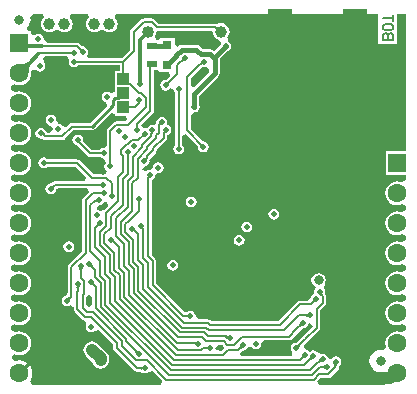
<source format=gbr>
%TF.GenerationSoftware,Altium Limited,Altium Designer,21.4.1 (30)*%
G04 Layer_Physical_Order=4*
G04 Layer_Color=16711680*
%FSLAX26Y26*%
%MOIN*%
%TF.SameCoordinates,A13BDBB0-CAD7-4838-8454-AA6E24CDD61A*%
%TF.FilePolarity,Positive*%
%TF.FileFunction,Copper,L4,Bot,Signal*%
%TF.Part,Single*%
G01*
G75*
%TA.AperFunction,Conductor*%
%ADD10C,0.009169*%
%ADD11C,0.011811*%
%ADD12C,0.039370*%
%ADD13C,0.007874*%
%TA.AperFunction,FiducialPad,Global*%
%ADD14C,0.031496*%
%TA.AperFunction,SMDPad,CuDef*%
%ADD19C,0.040000*%
%ADD27R,0.078740X0.185039*%
%ADD43R,0.034000X0.024000*%
%TA.AperFunction,Conductor*%
%ADD45C,0.019685*%
%ADD46C,0.015748*%
%TA.AperFunction,NonConductor*%
%ADD48C,0.007874*%
%TA.AperFunction,ComponentPad*%
%ADD50C,0.062992*%
%ADD51R,0.062992X0.062992*%
%TA.AperFunction,ViaPad*%
%ADD52C,0.019685*%
%ADD53C,0.039370*%
%ADD54C,0.031496*%
%ADD55C,0.023622*%
%TA.AperFunction,SMDPad,CuDef*%
%ADD57R,0.039370X0.039370*%
%ADD58R,0.031496X0.031496*%
G36*
X1326541Y789370D02*
X1259843D01*
Y710630D01*
X1326541D01*
Y692596D01*
X1314541Y686265D01*
X1309491Y688357D01*
X1299213Y689710D01*
X1288936Y688357D01*
X1279358Y684390D01*
X1271134Y678080D01*
X1264823Y669855D01*
X1260857Y660278D01*
X1259503Y650000D01*
X1260857Y639723D01*
X1264823Y630146D01*
X1271134Y621922D01*
X1279358Y615611D01*
X1288936Y611644D01*
X1299213Y610291D01*
X1309491Y611644D01*
X1314541Y613736D01*
X1326541Y607405D01*
Y592596D01*
X1314541Y586265D01*
X1309491Y588357D01*
X1299213Y589710D01*
X1288936Y588357D01*
X1279358Y584390D01*
X1271134Y578080D01*
X1264823Y569855D01*
X1260857Y560278D01*
X1259503Y550000D01*
X1260857Y539723D01*
X1264823Y530146D01*
X1271134Y521922D01*
X1279358Y515611D01*
X1288936Y511644D01*
X1299213Y510291D01*
X1309491Y511644D01*
X1314541Y513736D01*
X1326541Y507405D01*
Y492596D01*
X1314541Y486265D01*
X1309491Y488357D01*
X1299213Y489710D01*
X1288936Y488357D01*
X1279358Y484390D01*
X1271134Y478079D01*
X1264823Y469855D01*
X1260857Y460278D01*
X1259503Y450000D01*
X1260857Y439723D01*
X1264823Y430146D01*
X1271134Y421921D01*
X1279358Y415611D01*
X1288936Y411644D01*
X1299213Y410291D01*
X1309491Y411644D01*
X1314541Y413736D01*
X1326541Y407405D01*
Y392596D01*
X1314541Y386265D01*
X1309491Y388357D01*
X1299213Y389710D01*
X1288936Y388357D01*
X1279358Y384390D01*
X1271134Y378079D01*
X1264823Y369855D01*
X1260857Y360278D01*
X1259503Y350000D01*
X1260857Y339723D01*
X1264823Y330146D01*
X1271134Y321921D01*
X1279358Y315611D01*
X1288936Y311644D01*
X1299213Y310291D01*
X1309491Y311644D01*
X1314541Y313736D01*
X1326541Y307405D01*
Y292596D01*
X1314541Y286265D01*
X1309491Y288357D01*
X1299213Y289710D01*
X1288936Y288357D01*
X1279358Y284390D01*
X1271134Y278079D01*
X1264823Y269855D01*
X1260857Y260278D01*
X1259503Y250000D01*
X1260857Y239723D01*
X1264823Y230146D01*
X1271134Y221922D01*
X1279358Y215611D01*
X1288936Y211644D01*
X1299213Y210291D01*
X1309491Y211644D01*
X1314541Y213736D01*
X1326541Y207405D01*
Y192596D01*
X1314541Y186265D01*
X1309491Y188357D01*
X1299213Y189710D01*
X1288936Y188357D01*
X1279358Y184390D01*
X1271134Y178079D01*
X1264823Y169855D01*
X1260857Y160278D01*
X1259503Y150000D01*
X1260857Y139723D01*
X1262114Y136686D01*
X1252930Y127501D01*
X1252867Y127528D01*
X1243154Y128806D01*
X1233442Y127528D01*
X1224392Y123779D01*
X1216620Y117815D01*
X1210656Y110043D01*
X1206907Y100993D01*
X1205629Y91281D01*
X1206907Y81568D01*
X1210656Y72518D01*
X1216620Y64746D01*
X1224392Y58782D01*
X1233442Y55033D01*
X1243154Y53755D01*
X1243937Y53858D01*
X1246146Y53123D01*
X1256229Y44269D01*
X1256329Y43947D01*
X1257021Y38695D01*
X1261384Y28160D01*
X1264544Y24042D01*
X1258626Y12042D01*
X1037047D01*
X1032077Y24042D01*
X1042547Y34513D01*
X1069470D01*
X1069471Y34513D01*
X1074079Y35429D01*
X1077986Y38040D01*
X1100739Y60792D01*
X1100739Y60793D01*
X1103350Y64700D01*
X1104266Y69308D01*
X1104266Y69308D01*
Y73397D01*
X1104595Y73733D01*
X1107257Y75511D01*
X1111172Y81371D01*
X1112547Y88284D01*
X1111172Y95197D01*
X1107257Y101057D01*
X1101396Y104973D01*
X1094484Y106348D01*
X1087571Y104973D01*
X1081711Y101057D01*
X1079725Y98084D01*
X1067513Y100333D01*
X1066816Y103840D01*
X1062900Y109700D01*
X1057040Y113616D01*
X1050127Y114991D01*
X1043215Y113616D01*
X1032454Y120742D01*
X1026593Y124658D01*
X1019681Y126033D01*
X1012768Y124658D01*
X1007335Y121027D01*
X1004895Y124679D01*
X999034Y128595D01*
X992617Y129871D01*
X991188Y131994D01*
X986952Y141176D01*
X999672Y153897D01*
X999672Y153897D01*
X1039111Y193335D01*
X1039111Y193336D01*
X1041721Y197242D01*
X1042638Y201851D01*
Y259984D01*
X1058609Y275955D01*
X1058609Y275955D01*
X1061219Y279862D01*
X1062136Y284470D01*
Y306720D01*
X1062136Y306720D01*
X1061219Y311329D01*
X1058609Y315236D01*
X1058609Y315236D01*
X1057934Y315910D01*
X1059211Y322327D01*
X1057836Y329240D01*
X1053920Y335100D01*
X1056962Y347499D01*
X1059185Y350827D01*
X1061019Y360043D01*
X1059185Y369260D01*
X1053964Y377074D01*
X1046151Y382295D01*
X1036934Y384128D01*
X1027717Y382295D01*
X1019903Y377074D01*
X1014682Y369260D01*
X1012849Y360043D01*
X1014682Y350827D01*
X1019903Y343013D01*
X1020197Y342817D01*
X1027136Y336268D01*
X1024458Y329240D01*
X1023083Y322327D01*
X1020642Y313634D01*
X1014782Y309718D01*
X1010866Y303858D01*
X1009491Y296945D01*
X999629Y291332D01*
X974681D01*
X974680Y291332D01*
X970072Y290415D01*
X966165Y287805D01*
X966165Y287805D01*
X902787Y224427D01*
X678528D01*
X676652Y226303D01*
X672745Y228913D01*
X668137Y229830D01*
X668136Y229830D01*
X637922D01*
X627767Y239441D01*
X626392Y246353D01*
X622476Y252214D01*
X616616Y256129D01*
X609703Y257504D01*
X602790Y256129D01*
X598952Y253564D01*
X590747D01*
X495572Y348739D01*
Y423461D01*
X495572Y423462D01*
X494656Y428070D01*
X492045Y431977D01*
X492045Y431977D01*
X479828Y444194D01*
Y693767D01*
X481561Y694111D01*
X487421Y698027D01*
X491337Y703887D01*
X491916Y706796D01*
X493163Y711003D01*
X494754Y711987D01*
X502843Y716692D01*
X509041Y717925D01*
X514901Y721840D01*
X518817Y727701D01*
X520192Y734613D01*
X518817Y741526D01*
X514901Y747386D01*
X509041Y751302D01*
X502128Y752677D01*
X495216Y751302D01*
X489356Y747386D01*
X485440Y741526D01*
X484861Y738617D01*
X483614Y734410D01*
X482022Y733426D01*
X473933Y728721D01*
X467736Y727488D01*
X461875Y723573D01*
X449186Y726181D01*
X448664Y728571D01*
X456359Y738195D01*
X462572Y739431D01*
X468432Y743347D01*
X472348Y749207D01*
X473723Y756120D01*
X473021Y759647D01*
X473669Y760294D01*
X473669Y760295D01*
X476279Y764202D01*
X477196Y768810D01*
X477196Y768810D01*
Y768977D01*
X493318Y785099D01*
X495928Y789006D01*
X496845Y793614D01*
X496845Y793615D01*
Y794955D01*
X528649Y826759D01*
X531259Y830665D01*
X532176Y835274D01*
Y842791D01*
X534468Y843247D01*
X540329Y847163D01*
X544244Y853024D01*
X545619Y859936D01*
X544244Y866849D01*
X540329Y872709D01*
X534468Y876625D01*
X534270Y876664D01*
X530392Y879196D01*
X531767Y886109D01*
X530392Y893021D01*
X526476Y898881D01*
X520616Y902797D01*
X513704Y904172D01*
X506791Y902797D01*
X500931Y898881D01*
X497015Y893021D01*
X495640Y886109D01*
X495013Y885113D01*
X488241Y877224D01*
X484235Y877766D01*
X482732Y877970D01*
X481238Y877673D01*
X475819Y876595D01*
X469959Y872679D01*
X466043Y866819D01*
X454490Y867085D01*
X452109Y867590D01*
X446117Y877973D01*
X484398Y916253D01*
X487008Y920160D01*
X487925Y924769D01*
Y1060211D01*
X499733D01*
X509214Y1054131D01*
X509215Y1054131D01*
X509215Y1054131D01*
X536464D01*
X541435Y1042131D01*
X527529Y1028225D01*
X526667Y1028396D01*
X519754Y1027021D01*
X513894Y1023106D01*
X509978Y1017245D01*
X508603Y1010333D01*
X509978Y1003420D01*
X513894Y997560D01*
X519754Y993644D01*
X526667Y992269D01*
X533580Y993644D01*
X539440Y997560D01*
X541335Y1000396D01*
X551423Y996985D01*
X552886Y996084D01*
X554174Y989607D01*
X558090Y983747D01*
X558820Y983259D01*
Y811749D01*
X557201Y810667D01*
X553285Y804807D01*
X551910Y797894D01*
X553285Y790982D01*
X557201Y785121D01*
X563061Y781206D01*
X569974Y779831D01*
X576887Y781206D01*
X582747Y785121D01*
X586663Y790982D01*
X588038Y797894D01*
X586663Y804807D01*
X582905Y810430D01*
Y841274D01*
X594905Y846245D01*
X635114Y806036D01*
X634943Y805174D01*
X636318Y798262D01*
X640233Y792402D01*
X646094Y788486D01*
X653006Y787111D01*
X659919Y788486D01*
X665779Y792402D01*
X669695Y798262D01*
X671070Y805174D01*
X669695Y812087D01*
X665779Y817947D01*
X659919Y821863D01*
X653006Y823238D01*
X652144Y823067D01*
X609899Y865313D01*
Y910670D01*
X610846Y912199D01*
X621899Y919587D01*
X623047Y919358D01*
X629959Y920733D01*
X635819Y924649D01*
X639735Y930509D01*
X641110Y937422D01*
X639735Y944334D01*
X639103Y945280D01*
Y975258D01*
X702299Y1038454D01*
X705779Y1043663D01*
X707001Y1049807D01*
X707001Y1049808D01*
Y1098690D01*
X706944Y1098980D01*
X732773Y1124809D01*
X733888Y1125030D01*
X739749Y1128946D01*
X743664Y1134806D01*
X745039Y1141719D01*
X743664Y1148632D01*
X739749Y1154492D01*
X735622Y1157249D01*
X733412Y1163953D01*
X732820Y1170855D01*
X736060Y1175078D01*
X738837Y1181782D01*
X739784Y1188976D01*
X738837Y1196171D01*
X736060Y1202875D01*
X731643Y1208632D01*
X725886Y1213049D01*
X719182Y1215826D01*
X711987Y1216773D01*
X704793Y1215826D01*
X698455Y1213201D01*
X696235Y1214684D01*
X691627Y1215600D01*
X691626Y1215600D01*
X503180D01*
X489478Y1229303D01*
X485571Y1231913D01*
X480962Y1232830D01*
X480962Y1232830D01*
X454610D01*
X450001Y1231913D01*
X446094Y1229303D01*
X446094Y1229302D01*
X434738Y1217946D01*
X433327Y1217003D01*
X433326Y1217003D01*
X412249Y1195926D01*
X409639Y1192019D01*
X408722Y1187411D01*
X408722Y1187410D01*
Y1128553D01*
X380302Y1100133D01*
X270162D01*
X268772Y1101809D01*
X264847Y1112133D01*
X266692Y1114895D01*
X268067Y1121808D01*
X266692Y1128721D01*
X262777Y1134581D01*
X256916Y1138497D01*
X250004Y1139872D01*
X249142Y1139700D01*
X240242Y1148601D01*
X236335Y1151211D01*
X231726Y1152128D01*
X231726Y1152128D01*
X130049D01*
X129804Y1152237D01*
X121043Y1163683D01*
X121048Y1163707D01*
X119673Y1170620D01*
X115757Y1176480D01*
X109897Y1180396D01*
X102984Y1181771D01*
X96072Y1180396D01*
X90742Y1176835D01*
X87695Y1177453D01*
X78742Y1180914D01*
Y1189372D01*
X68575D01*
X64502Y1201372D01*
X65907Y1202450D01*
X71870Y1210222D01*
X75619Y1219273D01*
X76898Y1228985D01*
X76001Y1235801D01*
X80762Y1243777D01*
X84837Y1247801D01*
X117340D01*
X121413Y1235801D01*
X119715Y1234498D01*
X115298Y1228741D01*
X112521Y1222037D01*
X111574Y1214843D01*
X112521Y1207649D01*
X115298Y1200945D01*
X119715Y1195188D01*
X125472Y1190770D01*
X132176Y1187993D01*
X139371Y1187046D01*
X146565Y1187993D01*
X153269Y1190770D01*
X159026Y1195188D01*
X169715D01*
X175472Y1190770D01*
X182176Y1187993D01*
X189371Y1187046D01*
X196565Y1187993D01*
X203269Y1190770D01*
X209026Y1195188D01*
X213443Y1200945D01*
X216220Y1207649D01*
X217167Y1214843D01*
X216220Y1222037D01*
X213443Y1228741D01*
X209026Y1234498D01*
X207328Y1235801D01*
X211401Y1247801D01*
X267340D01*
X271413Y1235801D01*
X269715Y1234498D01*
X265298Y1228741D01*
X262521Y1222037D01*
X261574Y1214843D01*
X262521Y1207649D01*
X265298Y1200945D01*
X269715Y1195188D01*
X275472Y1190770D01*
X282176Y1187993D01*
X289371Y1187046D01*
X296565Y1187993D01*
X303269Y1190770D01*
X309026Y1195188D01*
X319715D01*
X325472Y1190770D01*
X332176Y1187993D01*
X339371Y1187046D01*
X346565Y1187993D01*
X353269Y1190770D01*
X359026Y1195188D01*
X363443Y1200945D01*
X366220Y1207649D01*
X367167Y1214843D01*
X366220Y1222037D01*
X363443Y1228741D01*
X359026Y1234498D01*
X357328Y1235801D01*
X361401Y1247801D01*
X1236395D01*
Y1145828D01*
X1299377D01*
Y1247801D01*
X1326541D01*
Y789370D01*
D02*
G37*
G36*
X684191Y1188976D02*
X685138Y1181782D01*
X687915Y1175078D01*
X692332Y1169321D01*
X698089Y1164904D01*
X704793Y1162127D01*
X705529Y1162030D01*
X710787Y1149380D01*
X710287Y1148632D01*
X710065Y1147516D01*
X687446Y1124897D01*
X687308Y1125035D01*
X682099Y1128515D01*
X675954Y1129738D01*
X675954Y1129738D01*
X650649D01*
X641080Y1139307D01*
X635871Y1142788D01*
X629726Y1144010D01*
X629726Y1144010D01*
X579952D01*
X579952Y1144010D01*
X573807Y1142788D01*
X568598Y1139307D01*
X568598Y1139307D01*
X567545Y1138254D01*
X556458Y1142846D01*
Y1166336D01*
X509214D01*
X506303Y1161534D01*
X494299Y1161044D01*
X493159Y1162427D01*
X489863Y1171959D01*
X492134Y1174919D01*
X494942Y1181700D01*
X497463Y1189313D01*
X507670Y1191515D01*
X681964D01*
X684191Y1188976D01*
D02*
G37*
G36*
X78347Y1080625D02*
X76666Y1078736D01*
X75192Y1076635D01*
X73923Y1074322D01*
X72859Y1071797D01*
X72001Y1069059D01*
X71348Y1066110D01*
X70901Y1062948D01*
X70659Y1059575D01*
X70623Y1055989D01*
X70792Y1052191D01*
X41561Y1081422D01*
X45359Y1081253D01*
X48945Y1081289D01*
X52318Y1081531D01*
X55480Y1081978D01*
X58429Y1082631D01*
X61167Y1083489D01*
X63692Y1084553D01*
X66005Y1085822D01*
X68106Y1087296D01*
X69995Y1088976D01*
X78347Y1080625D01*
D02*
G37*
G36*
X671576Y1063914D02*
X672549Y1054119D01*
X621899Y1003468D01*
X609899Y1008439D01*
Y1032691D01*
X646796Y1069589D01*
X650735Y1070372D01*
X651525Y1070900D01*
X655915Y1070027D01*
X660919Y1071022D01*
X671576Y1063914D01*
D02*
G37*
G36*
X205151Y1095150D02*
X205117Y1094389D01*
X203864Y1088091D01*
X205239Y1081178D01*
X209155Y1075318D01*
X215015Y1071402D01*
X221928Y1070027D01*
X228840Y1071402D01*
X234701Y1075318D01*
X235189Y1076048D01*
X373248D01*
Y1058078D01*
X356609D01*
Y1002960D01*
Y986116D01*
X345261Y982673D01*
X344279Y982968D01*
X338419Y986884D01*
X331507Y988259D01*
X324594Y986884D01*
X318734Y982968D01*
X314818Y977108D01*
X313443Y970195D01*
X314818Y963283D01*
X318734Y957422D01*
X324594Y953507D01*
X327236Y952981D01*
X331929Y941597D01*
X331963Y940737D01*
X275542Y884316D01*
X214703D01*
X214702Y884316D01*
X210094Y883399D01*
X206187Y880788D01*
X197663Y872264D01*
X194719Y872016D01*
X183246Y874818D01*
X181713Y877112D01*
X175853Y881028D01*
X171975Y881799D01*
X168452Y883265D01*
X162910Y893056D01*
X162837Y893424D01*
X161535Y899968D01*
X157619Y905829D01*
X151759Y909745D01*
X144847Y911120D01*
X137934Y909745D01*
X132074Y905829D01*
X128158Y899968D01*
X126783Y893056D01*
X128158Y886143D01*
X132074Y880283D01*
X137934Y876367D01*
X141812Y875596D01*
X145335Y874130D01*
X150877Y864339D01*
X150990Y863770D01*
X142697Y851770D01*
X131056D01*
X126957Y855870D01*
X126925Y856028D01*
X123010Y861889D01*
X117149Y865804D01*
X110237Y867179D01*
X103324Y865804D01*
X97464Y861889D01*
X93548Y856028D01*
X92173Y849116D01*
X93548Y842203D01*
X97464Y836343D01*
X103324Y832427D01*
X110237Y831052D01*
X116473Y832293D01*
X117553Y831213D01*
X117553Y831212D01*
X121460Y828602D01*
X126068Y827685D01*
X182156D01*
X182157Y827685D01*
X186765Y828602D01*
X190672Y831212D01*
X219691Y860231D01*
X278145D01*
X281463Y859571D01*
X286325Y860538D01*
X290445Y863291D01*
X345522Y918368D01*
X356609Y913775D01*
Y908472D01*
X393658D01*
X398693Y897097D01*
X393034Y889913D01*
X362019D01*
X357411Y888996D01*
X353504Y886386D01*
X333983Y866865D01*
X331372Y862958D01*
X330455Y858350D01*
X330456Y858349D01*
Y811430D01*
X320844Y801274D01*
X313932Y799899D01*
X308072Y795984D01*
X307584Y795253D01*
X280659D01*
X251598Y824314D01*
X252021Y826443D01*
X250646Y833356D01*
X246730Y839216D01*
X240870Y843132D01*
X233958Y844507D01*
X227045Y843132D01*
X221185Y839216D01*
X217269Y833356D01*
X215894Y826443D01*
X217269Y819531D01*
X221185Y813670D01*
X227045Y809755D01*
X233351Y808500D01*
X267155Y774696D01*
X267156Y774695D01*
X271062Y772085D01*
X275671Y771168D01*
X275671Y771168D01*
X307584D01*
X308072Y770438D01*
X313932Y766522D01*
X320844Y765147D01*
X322940Y762932D01*
X328104Y751950D01*
X324188Y746090D01*
X322813Y739177D01*
X324188Y732264D01*
X328104Y726404D01*
X331536Y724111D01*
X328461Y712490D01*
X328460Y712487D01*
X286497D01*
X239395Y759589D01*
X235488Y762199D01*
X230880Y763116D01*
X230880Y763116D01*
X133340D01*
X132852Y763846D01*
X126992Y767762D01*
X120079Y769137D01*
X113167Y767762D01*
X107306Y763846D01*
X103391Y757986D01*
X102016Y751073D01*
X103391Y744161D01*
X107306Y738301D01*
X113167Y734385D01*
X120079Y733010D01*
X126992Y734385D01*
X132852Y738301D01*
X133340Y739031D01*
X225892D01*
X262089Y702834D01*
X257118Y690834D01*
X158553D01*
X153945Y689917D01*
X150038Y687307D01*
X150038Y687307D01*
X145326Y682595D01*
X144464Y682766D01*
X137551Y681391D01*
X131691Y677475D01*
X127775Y671615D01*
X126400Y664702D01*
X127775Y657790D01*
X131691Y651929D01*
X137551Y648014D01*
X144464Y646639D01*
X151376Y648014D01*
X157237Y651929D01*
X161153Y657790D01*
X162528Y664702D01*
X174238Y666749D01*
X265938D01*
X270909Y654749D01*
X251583Y635423D01*
X248972Y631516D01*
X248056Y626908D01*
X248056Y626907D01*
Y457131D01*
X203789Y412864D01*
X201178Y408957D01*
X200262Y404348D01*
X200262Y404348D01*
Y321717D01*
X198819Y310126D01*
X191907Y308751D01*
X186047Y304836D01*
X182131Y298975D01*
X180756Y292063D01*
X182131Y285150D01*
X186047Y279290D01*
X191907Y275374D01*
X198820Y273999D01*
X205732Y275374D01*
X208081Y276943D01*
X219250Y272378D01*
X220081Y271628D01*
Y263768D01*
X220081Y263767D01*
X220998Y259159D01*
X223608Y255252D01*
X250131Y228729D01*
X250131Y228728D01*
X254038Y226118D01*
X257248Y225480D01*
X260038Y220740D01*
X262388Y213201D01*
X261343Y211638D01*
X259968Y204726D01*
X261343Y197813D01*
X265259Y191953D01*
X271119Y188037D01*
X278032Y186662D01*
X284945Y188037D01*
X290805Y191953D01*
X305132Y193325D01*
X351998Y146458D01*
Y134743D01*
X351998Y134743D01*
X352915Y130134D01*
X355526Y126228D01*
X423044Y58709D01*
X423044Y58709D01*
X426951Y56099D01*
X431559Y55182D01*
X442711D01*
X442912Y55149D01*
X443166Y55087D01*
X443358Y55024D01*
X443501Y54964D01*
X443517Y54956D01*
X443853Y54452D01*
X449714Y50536D01*
X456626Y49161D01*
X463539Y50536D01*
X469399Y54451D01*
X483742Y55906D01*
X515606Y24042D01*
X510635Y12042D01*
X79957D01*
X74039Y24042D01*
X77198Y28159D01*
X81561Y38694D01*
X83050Y49999D01*
X81561Y61304D01*
X77198Y71839D01*
X73882Y76160D01*
X43545Y45823D01*
X35193Y54175D01*
X65530Y84512D01*
X61209Y87828D01*
X50674Y92191D01*
X39369Y93680D01*
X28064Y92191D01*
X24042Y90526D01*
X14484Y96495D01*
X14691Y107407D01*
X24823Y113410D01*
X29091Y111642D01*
X39369Y110289D01*
X49647Y111642D01*
X59224Y115609D01*
X67448Y121920D01*
X73759Y130144D01*
X77726Y139721D01*
X79079Y149999D01*
X77726Y160276D01*
X73759Y169854D01*
X67448Y178078D01*
X59224Y184388D01*
X49647Y188356D01*
X39369Y189709D01*
X29091Y188356D01*
X24042Y186264D01*
X12042Y192596D01*
Y207409D01*
X24042Y213738D01*
X29095Y211645D01*
X39372Y210292D01*
X49650Y211645D01*
X59227Y215613D01*
X67451Y221923D01*
X73762Y230147D01*
X77729Y239725D01*
X79082Y250002D01*
X77729Y260280D01*
X73762Y269857D01*
X67451Y278081D01*
X59227Y284392D01*
X49650Y288359D01*
X39372Y289712D01*
X29095Y288359D01*
X24042Y286266D01*
X12042Y292596D01*
Y307409D01*
X24042Y313738D01*
X29095Y311646D01*
X39372Y310292D01*
X49650Y311646D01*
X59227Y315613D01*
X67451Y321923D01*
X73762Y330147D01*
X77729Y339724D01*
X79082Y350002D01*
X77729Y360280D01*
X73762Y369857D01*
X67451Y378081D01*
X59227Y384392D01*
X49650Y388359D01*
X39372Y389712D01*
X29095Y388359D01*
X24042Y386266D01*
X12042Y392596D01*
Y407409D01*
X24042Y413738D01*
X29095Y411646D01*
X39372Y410292D01*
X49650Y411646D01*
X59227Y415613D01*
X67451Y421923D01*
X73762Y430147D01*
X77729Y439724D01*
X79082Y450002D01*
X77729Y460280D01*
X73762Y469857D01*
X67451Y478081D01*
X59227Y484392D01*
X49650Y488359D01*
X39372Y489712D01*
X29095Y488359D01*
X24042Y486266D01*
X12042Y492596D01*
Y507409D01*
X24042Y513738D01*
X29095Y511646D01*
X39372Y510292D01*
X49650Y511646D01*
X59227Y515612D01*
X67451Y521923D01*
X73762Y530147D01*
X77729Y539725D01*
X79082Y550002D01*
X77729Y560280D01*
X73762Y569857D01*
X67451Y578081D01*
X59227Y584392D01*
X49650Y588359D01*
X39372Y589712D01*
X29095Y588359D01*
X24042Y586266D01*
X12042Y592596D01*
Y607409D01*
X24042Y613738D01*
X29095Y611645D01*
X39372Y610292D01*
X49650Y611645D01*
X59227Y615612D01*
X67451Y621923D01*
X73762Y630147D01*
X77729Y639725D01*
X79082Y650002D01*
X77729Y660280D01*
X73762Y669857D01*
X67451Y678081D01*
X59227Y684392D01*
X49650Y688359D01*
X39372Y689712D01*
X29095Y688359D01*
X24042Y686266D01*
X12042Y692596D01*
Y707409D01*
X24042Y713738D01*
X29095Y711645D01*
X39372Y710292D01*
X49650Y711645D01*
X59227Y715612D01*
X67451Y721923D01*
X73762Y730147D01*
X77729Y739725D01*
X79082Y750002D01*
X77729Y760280D01*
X73762Y769857D01*
X67451Y778081D01*
X59227Y784392D01*
X49650Y788359D01*
X39372Y789712D01*
X29095Y788359D01*
X24042Y786266D01*
X12042Y792596D01*
Y807409D01*
X24042Y813738D01*
X29095Y811645D01*
X39372Y810292D01*
X49650Y811645D01*
X59227Y815612D01*
X67451Y821923D01*
X73762Y830147D01*
X77729Y839725D01*
X79082Y850002D01*
X77729Y860280D01*
X73762Y869857D01*
X67451Y878081D01*
X59227Y884392D01*
X49650Y888359D01*
X39372Y889712D01*
X29095Y888359D01*
X24042Y886266D01*
X12042Y892596D01*
Y907409D01*
X24042Y913738D01*
X29095Y911645D01*
X39372Y910292D01*
X49650Y911645D01*
X59227Y915612D01*
X67451Y921923D01*
X73762Y930147D01*
X77729Y939725D01*
X79082Y950002D01*
X77729Y960280D01*
X73762Y969857D01*
X67451Y978081D01*
X59227Y984392D01*
X49650Y988359D01*
X39372Y989712D01*
X29095Y988359D01*
X24042Y986266D01*
X12042Y992596D01*
Y1007409D01*
X24042Y1013738D01*
X29095Y1011645D01*
X39372Y1010292D01*
X49650Y1011645D01*
X59227Y1015612D01*
X67451Y1021923D01*
X73762Y1030147D01*
X77729Y1039725D01*
X79082Y1050002D01*
X78804Y1052110D01*
X78820Y1052191D01*
X78785Y1052369D01*
X78812Y1052548D01*
X78688Y1055347D01*
X78943Y1056472D01*
X82015Y1060147D01*
X95559Y1060862D01*
X101419Y1056946D01*
X108332Y1055571D01*
X115244Y1056946D01*
X121105Y1060862D01*
X125020Y1066722D01*
X126395Y1073635D01*
X125020Y1080547D01*
X121105Y1086407D01*
X119006Y1100599D01*
X123508Y1106389D01*
X198415D01*
X205151Y1095150D01*
D02*
G37*
G36*
X332111Y619664D02*
X334113Y606507D01*
X321992Y594385D01*
X319715Y593365D01*
X308571Y591876D01*
X306949Y592238D01*
X304784Y593684D01*
X297872Y595059D01*
X296571Y596349D01*
X296790Y601411D01*
X304620Y609620D01*
X311533Y610995D01*
X317393Y614911D01*
X321308Y620771D01*
X332111Y619664D01*
D02*
G37*
G36*
X282392Y412259D02*
X282491Y411450D01*
X282662Y410653D01*
X282904Y409868D01*
X283218Y409095D01*
X283603Y408334D01*
X284061Y407584D01*
X284589Y406847D01*
X285189Y406122D01*
X285861Y405408D01*
X280293Y399840D01*
X279580Y400512D01*
X278854Y401112D01*
X278117Y401641D01*
X277368Y402098D01*
X276606Y402483D01*
X275833Y402797D01*
X275048Y403039D01*
X274251Y403210D01*
X273442Y403309D01*
X272621Y403337D01*
X282365Y413080D01*
X282392Y412259D01*
D02*
G37*
G36*
X251090Y398554D02*
X250588Y397912D01*
X250145Y397228D01*
X249762Y396501D01*
X249437Y395733D01*
X249171Y394922D01*
X248964Y394069D01*
X248817Y393174D01*
X248728Y392236D01*
X248698Y391257D01*
X240825D01*
X240795Y392236D01*
X240706Y393174D01*
X240559Y394069D01*
X240352Y394922D01*
X240086Y395733D01*
X239762Y396501D01*
X239378Y397228D01*
X238935Y397912D01*
X238433Y398554D01*
X237872Y399154D01*
X251651D01*
X251090Y398554D01*
D02*
G37*
G36*
X241176Y339151D02*
X240742Y338456D01*
X240359Y337727D01*
X240027Y336962D01*
X239746Y336163D01*
X239517Y335329D01*
X239338Y334460D01*
X239210Y333556D01*
X239134Y332617D01*
X239108Y331644D01*
X231234Y330572D01*
X231202Y331559D01*
X231104Y332494D01*
X230942Y333377D01*
X230715Y334208D01*
X230422Y334988D01*
X230065Y335716D01*
X229643Y336392D01*
X229156Y337017D01*
X228604Y337590D01*
X227987Y338111D01*
X241661Y339810D01*
X241176Y339151D01*
D02*
G37*
G36*
X1049447Y316897D02*
X1049260Y316252D01*
X1049184Y315595D01*
X1049217Y314926D01*
X1049359Y314245D01*
X1049611Y313553D01*
X1049973Y312849D01*
X1050444Y312133D01*
X1051025Y311406D01*
X1051715Y310667D01*
X1042534Y308712D01*
X1041778Y309459D01*
X1038112Y312678D01*
X1037646Y313005D01*
X1036838Y313478D01*
X1049742Y317531D01*
X1049447Y316897D01*
D02*
G37*
G36*
X212158Y299833D02*
X211486Y299120D01*
X210886Y298394D01*
X210357Y297657D01*
X209900Y296908D01*
X209515Y296146D01*
X209201Y295373D01*
X208959Y294588D01*
X208788Y293791D01*
X208689Y292982D01*
X208661Y292161D01*
X198918Y301905D01*
X199739Y301932D01*
X200548Y302031D01*
X201345Y302202D01*
X202130Y302444D01*
X202903Y302758D01*
X203665Y303143D01*
X204414Y303601D01*
X205151Y304129D01*
X205877Y304729D01*
X206590Y305401D01*
X212158Y299833D01*
D02*
G37*
G36*
X1027456Y287103D02*
X1026635Y287076D01*
X1025826Y286976D01*
X1025029Y286806D01*
X1024244Y286563D01*
X1023471Y286250D01*
X1022710Y285864D01*
X1021961Y285407D01*
X1021223Y284879D01*
X1020498Y284279D01*
X1019784Y283607D01*
X1014216Y289175D01*
X1014888Y289888D01*
X1015488Y290613D01*
X1016017Y291351D01*
X1016474Y292100D01*
X1016859Y292861D01*
X1017173Y293635D01*
X1017415Y294420D01*
X1017586Y295217D01*
X1017685Y296026D01*
X1017713Y296847D01*
X1027456Y287103D01*
D02*
G37*
G36*
X1001195Y236180D02*
X1000643Y236779D01*
X1000043Y237315D01*
X999396Y237788D01*
X998700Y238197D01*
X997956Y238544D01*
X997165Y238828D01*
X996325Y239048D01*
X995437Y239206D01*
X994501Y239301D01*
X993517Y239332D01*
X994194Y247206D01*
X995170Y247233D01*
X996108Y247315D01*
X997009Y247450D01*
X997873Y247640D01*
X998700Y247884D01*
X999490Y248182D01*
X1000242Y248535D01*
X1000957Y248941D01*
X1001635Y249402D01*
X1002276Y249917D01*
X1001195Y236180D01*
D02*
G37*
G36*
X984475Y208285D02*
X983654Y208258D01*
X982845Y208159D01*
X982048Y207988D01*
X981262Y207745D01*
X980489Y207432D01*
X979728Y207046D01*
X978979Y206589D01*
X978241Y206061D01*
X977516Y205460D01*
X976802Y204789D01*
X971235Y210357D01*
X971906Y211070D01*
X972506Y211795D01*
X973035Y212533D01*
X973492Y213282D01*
X973878Y214043D01*
X974191Y214817D01*
X974434Y215602D01*
X974604Y216399D01*
X974703Y217208D01*
X974731Y218029D01*
X984475Y208285D01*
D02*
G37*
G36*
X1015853Y211648D02*
X1018553Y207857D01*
Y206839D01*
X982642Y170928D01*
X982641Y170928D01*
X982641Y170927D01*
X963629Y151914D01*
X963464Y151797D01*
X963240Y151660D01*
X963059Y151568D01*
X962917Y151511D01*
X962899Y151505D01*
X962304Y151623D01*
X955392Y150248D01*
X949531Y146333D01*
X945616Y140472D01*
X944241Y133560D01*
X945616Y126647D01*
X949531Y120787D01*
X946963Y108070D01*
X945133Y105779D01*
X779426D01*
X775681Y116438D01*
X775643Y117469D01*
X784339Y125320D01*
X791251Y126695D01*
X797111Y130611D01*
X801015Y136453D01*
X801140Y136504D01*
X813509Y137710D01*
X815409Y134866D01*
X821269Y130951D01*
X828182Y129576D01*
X835095Y130951D01*
X840955Y134866D01*
X844870Y140727D01*
X846245Y147639D01*
X846129Y148227D01*
X854412Y160228D01*
X938715D01*
X938716Y160227D01*
X943324Y161144D01*
X947231Y163755D01*
X971288Y187811D01*
X971288Y187811D01*
X971288Y187812D01*
X983249Y199772D01*
X983413Y199890D01*
X983637Y200027D01*
X983818Y200119D01*
X983960Y200176D01*
X983978Y200182D01*
X984573Y200064D01*
X991486Y201439D01*
X997346Y205354D01*
X1001261Y211214D01*
X1001874Y214295D01*
X1007509Y216719D01*
X1015853Y211648D01*
D02*
G37*
G36*
X732788Y173872D02*
X730643Y165690D01*
X725444Y169803D01*
X731012Y175370D01*
X732788Y173872D01*
D02*
G37*
G36*
X975643Y141330D02*
X974971Y140617D01*
X974371Y139891D01*
X973842Y139154D01*
X973385Y138405D01*
X973000Y137643D01*
X972686Y136870D01*
X972443Y136085D01*
X972273Y135288D01*
X972174Y134479D01*
X972146Y133658D01*
X962403Y143402D01*
X963224Y143429D01*
X964033Y143528D01*
X964830Y143699D01*
X965615Y143941D01*
X966388Y144255D01*
X967149Y144640D01*
X967899Y145097D01*
X968636Y145626D01*
X969361Y146226D01*
X970075Y146898D01*
X975643Y141330D01*
D02*
G37*
G36*
X784146Y133543D02*
X783325Y133523D01*
X782516Y133430D01*
X781719Y133266D01*
X780934Y133028D01*
X780161Y132718D01*
X779400Y132336D01*
X778650Y131882D01*
X777912Y131355D01*
X777186Y130755D01*
X776472Y130083D01*
X770963Y135709D01*
X771635Y136422D01*
X772235Y137147D01*
X772766Y137884D01*
X773225Y138633D01*
X773614Y139394D01*
X773932Y140167D01*
X774179Y140952D01*
X774355Y141749D01*
X774461Y142558D01*
X774496Y143380D01*
X784146Y133543D01*
D02*
G37*
G36*
X717190Y142997D02*
X717770Y131503D01*
X711796Y125194D01*
X698162Y125902D01*
X692673Y133560D01*
X701743Y144796D01*
X715391D01*
X717190Y142997D01*
D02*
G37*
G36*
X430175Y127112D02*
X430901Y126511D01*
X431638Y125983D01*
X432387Y125526D01*
X433149Y125140D01*
X433922Y124827D01*
X434707Y124584D01*
X435504Y124414D01*
X436313Y124314D01*
X437134Y124287D01*
X427390Y114543D01*
X427363Y115364D01*
X427264Y116173D01*
X427093Y116970D01*
X426851Y117755D01*
X426537Y118529D01*
X426151Y119290D01*
X425694Y120039D01*
X425166Y120777D01*
X424566Y121502D01*
X423894Y122216D01*
X429462Y127783D01*
X430175Y127112D01*
D02*
G37*
G36*
X992023Y102064D02*
X991202Y102037D01*
X990394Y101938D01*
X989596Y101767D01*
X988811Y101525D01*
X988038Y101211D01*
X987277Y100825D01*
X986528Y100368D01*
X985790Y99840D01*
X985065Y99240D01*
X984351Y98568D01*
X978783Y104135D01*
X979455Y104849D01*
X980055Y105574D01*
X980584Y106312D01*
X981041Y107061D01*
X981426Y107822D01*
X981740Y108596D01*
X981982Y109381D01*
X982153Y110178D01*
X982252Y110987D01*
X982280Y111808D01*
X992023Y102064D01*
D02*
G37*
G36*
X1019582Y98127D02*
X1018761Y98100D01*
X1017952Y98001D01*
X1017155Y97830D01*
X1016370Y97588D01*
X1015597Y97274D01*
X1014836Y96888D01*
X1014087Y96431D01*
X1013349Y95903D01*
X1012624Y95302D01*
X1011910Y94631D01*
X1006342Y100198D01*
X1007014Y100912D01*
X1007614Y101637D01*
X1008143Y102375D01*
X1008600Y103124D01*
X1008985Y103885D01*
X1009299Y104659D01*
X1009542Y105444D01*
X1009712Y106241D01*
X1009811Y107050D01*
X1009839Y107871D01*
X1019582Y98127D01*
D02*
G37*
G36*
X1047772Y87371D02*
X1046999Y87516D01*
X1046232Y87570D01*
X1045470Y87532D01*
X1044713Y87403D01*
X1043961Y87182D01*
X1043215Y86870D01*
X1042473Y86467D01*
X1041737Y85972D01*
X1041005Y85385D01*
X1040279Y84707D01*
X1036162Y91726D01*
X1036834Y92428D01*
X1038021Y93855D01*
X1038535Y94579D01*
X1038998Y95312D01*
X1039408Y96052D01*
X1039766Y96801D01*
X1040071Y97556D01*
X1040325Y98320D01*
X1040525Y99091D01*
X1047772Y87371D01*
D02*
G37*
G36*
X1099576Y79861D02*
X1098927Y79418D01*
X1098346Y78913D01*
X1097834Y78348D01*
X1097390Y77721D01*
X1097015Y77034D01*
X1096707Y76285D01*
X1096468Y75475D01*
X1096297Y74605D01*
X1096195Y73673D01*
X1096161Y72680D01*
X1088287Y74732D01*
X1088266Y75703D01*
X1088096Y77551D01*
X1087947Y78428D01*
X1087756Y79273D01*
X1087523Y80086D01*
X1087247Y80868D01*
X1086928Y81619D01*
X1086568Y82338D01*
X1086164Y83025D01*
X1099576Y79861D01*
D02*
G37*
G36*
X1056574Y64420D02*
X1055974Y64981D01*
X1055332Y65483D01*
X1054648Y65926D01*
X1053921Y66310D01*
X1053153Y66635D01*
X1052342Y66900D01*
X1051489Y67107D01*
X1050594Y67255D01*
X1049656Y67343D01*
X1048677Y67373D01*
Y75247D01*
X1049656Y75276D01*
X1050594Y75365D01*
X1051489Y75512D01*
X1052342Y75719D01*
X1053153Y75985D01*
X1053921Y76310D01*
X1054648Y76694D01*
X1055332Y77136D01*
X1055974Y77638D01*
X1056574Y78199D01*
Y64420D01*
D02*
G37*
G36*
X449597Y60335D02*
X448997Y60896D01*
X448355Y61398D01*
X447671Y61841D01*
X446944Y62224D01*
X446176Y62549D01*
X445365Y62815D01*
X444512Y63022D01*
X443617Y63169D01*
X442679Y63258D01*
X441700Y63287D01*
Y71161D01*
X442679Y71191D01*
X443617Y71279D01*
X444512Y71427D01*
X445365Y71634D01*
X446176Y71900D01*
X446944Y72224D01*
X447671Y72608D01*
X448355Y73051D01*
X448997Y73553D01*
X449597Y74114D01*
Y60335D01*
D02*
G37*
%LPC*%
G36*
X612008Y638903D02*
X605096Y637528D01*
X599235Y633613D01*
X595320Y627752D01*
X593945Y620840D01*
X595320Y613927D01*
X599235Y608067D01*
X605096Y604151D01*
X612008Y602776D01*
X618921Y604151D01*
X624781Y608067D01*
X628697Y613927D01*
X630072Y620840D01*
X628697Y627752D01*
X624781Y633613D01*
X618921Y637528D01*
X612008Y638903D01*
D02*
G37*
G36*
X887322Y597505D02*
X880409Y596130D01*
X874549Y592214D01*
X870634Y586354D01*
X869259Y579442D01*
X870634Y572529D01*
X874549Y566669D01*
X880409Y562753D01*
X887322Y561378D01*
X894235Y562753D01*
X900095Y566669D01*
X904011Y572529D01*
X905386Y579442D01*
X904011Y586354D01*
X900095Y592214D01*
X894235Y596130D01*
X887322Y597505D01*
D02*
G37*
G36*
X796978Y555463D02*
X790066Y554088D01*
X784205Y550173D01*
X780290Y544312D01*
X778915Y537400D01*
X780290Y530487D01*
X784205Y524627D01*
X790066Y520711D01*
X796978Y519336D01*
X803891Y520711D01*
X809751Y524627D01*
X813667Y530487D01*
X815042Y537400D01*
X813667Y544312D01*
X809751Y550173D01*
X803891Y554088D01*
X796978Y555463D01*
D02*
G37*
G36*
X772417Y510605D02*
X765505Y509230D01*
X759644Y505314D01*
X755729Y499454D01*
X754354Y492541D01*
X755729Y485628D01*
X759644Y479768D01*
X765505Y475853D01*
X772417Y474478D01*
X779330Y475853D01*
X785190Y479768D01*
X789106Y485628D01*
X790481Y492541D01*
X789106Y499454D01*
X785190Y505314D01*
X779330Y509230D01*
X772417Y510605D01*
D02*
G37*
G36*
X550064Y427163D02*
X543151Y425788D01*
X537291Y421872D01*
X533375Y416012D01*
X532000Y409099D01*
X533375Y402187D01*
X537291Y396327D01*
X543151Y392411D01*
X550064Y391036D01*
X556977Y392411D01*
X562837Y396327D01*
X566753Y402187D01*
X568128Y409099D01*
X566753Y416012D01*
X562837Y421872D01*
X556977Y425788D01*
X550064Y427163D01*
D02*
G37*
G36*
X204206Y490337D02*
X197293Y488962D01*
X191433Y485047D01*
X187517Y479187D01*
X186142Y472274D01*
X187517Y465361D01*
X191433Y459501D01*
X197293Y455585D01*
X204206Y454210D01*
X211119Y455585D01*
X216979Y459501D01*
X220895Y465361D01*
X222270Y472274D01*
X220895Y479187D01*
X216979Y485047D01*
X211119Y488962D01*
X204206Y490337D01*
D02*
G37*
G36*
X280711Y156129D02*
X273517Y155182D01*
X266813Y152405D01*
X261056Y147987D01*
X256639Y142231D01*
X253862Y135526D01*
X252915Y128332D01*
X253862Y121138D01*
X256639Y114434D01*
X261056Y108677D01*
X282941Y86792D01*
X283065Y85846D01*
X285842Y79142D01*
X290260Y73385D01*
X296017Y68968D01*
X302721Y66191D01*
X309915Y65244D01*
X317109Y66191D01*
X323813Y68968D01*
X329570Y73385D01*
X333988Y79142D01*
X336765Y85846D01*
X337712Y93041D01*
Y99128D01*
X336765Y106323D01*
X333988Y113027D01*
X329570Y118784D01*
X300367Y147987D01*
X294610Y152405D01*
X287906Y155182D01*
X280711Y156129D01*
D02*
G37*
%LPD*%
D10*
X281463Y872273D02*
X352024Y942834D01*
Y960876D01*
X359322Y968174D01*
X369067D01*
X384168Y983275D01*
D11*
X49289Y1140085D02*
X115338D01*
X39372Y1150002D02*
X49289Y1140085D01*
X439842Y1013287D02*
Y1161032D01*
X467189Y1188379D01*
X467786D01*
X74171Y1084801D02*
Y1085095D01*
X102671Y1113596D01*
X39372Y1050002D02*
X74171Y1084801D01*
D12*
X1243154Y33231D02*
X1276052D01*
X1292821Y50001D01*
X1299213D01*
X309915Y93041D02*
Y99128D01*
X280711Y128332D02*
X309915Y99128D01*
D13*
X107507Y1118432D02*
X222302D01*
X293720Y266309D02*
X395537Y164492D01*
X278243Y237244D02*
X364041Y151446D01*
Y134743D02*
X431559Y67224D01*
X379789Y141266D02*
Y157969D01*
X395537Y156140D02*
X437232Y114445D01*
X379789Y141266D02*
X428263Y92791D01*
X284766Y252992D02*
X379789Y157969D01*
X364041Y134743D02*
Y151446D01*
X395537Y156140D02*
Y164492D01*
X565836Y150090D02*
X634744D01*
X645167Y126983D02*
X651744Y133560D01*
X389042Y304613D02*
X566673Y126983D01*
X651744Y133560D02*
X674610D01*
X634744Y150090D02*
X636198Y148636D01*
X566673Y126983D02*
X645167D01*
X463887Y92791D02*
X527727Y28951D01*
X373294Y298090D02*
X561837Y109547D01*
X544124Y60447D02*
X1006909D01*
X527727Y28951D02*
X1019955D01*
X561837Y109547D02*
X717721D01*
X326050Y278521D02*
X544124Y60447D01*
X1019955Y28951D02*
X1037559Y46555D01*
X555376Y93737D02*
X973952D01*
X1006909Y60447D02*
X1033520Y87058D01*
X357546Y291567D02*
X555376Y93737D01*
X1013432Y44699D02*
X1040043Y71310D01*
X537601Y44699D02*
X1013432D01*
X579163Y77989D02*
X989700D01*
X310302Y271998D02*
X537601Y44699D01*
X989700Y77989D02*
X1019681Y107969D01*
X341798Y285044D02*
X548853Y77989D01*
X973952Y93737D02*
X992122Y111906D01*
X548853Y77989D02*
X579163D01*
X717721Y109547D02*
X734156Y125982D01*
X564777Y1048443D02*
Y1076589D01*
X590552Y1102363D01*
X526667Y1010333D02*
X564777Y1048443D01*
X230880Y751073D02*
X281509Y700445D01*
X120079Y751073D02*
X230880D01*
X214702Y872273D02*
X281463D01*
X126068Y839728D02*
X182157D01*
X214702Y872273D01*
X399791Y814390D02*
X413325Y827923D01*
X435841D01*
X484803Y793614D02*
Y799943D01*
X465154Y773966D02*
X484803Y793614D01*
X378539Y780428D02*
Y793952D01*
X464972Y796055D02*
Y804161D01*
X435841Y827923D02*
X456510Y848593D01*
X455659Y756120D02*
Y759316D01*
X433859Y702325D02*
Y764942D01*
X398976Y814390D02*
X399791D01*
X465154Y768810D02*
Y773966D01*
X362019Y877871D02*
X400584D01*
X418111Y771465D02*
X449224Y802578D01*
X342498Y858350D02*
X362019Y877871D01*
X455659Y759316D02*
X465154Y768810D01*
X378539Y793952D02*
X398976Y814390D01*
X418111Y708848D02*
Y771465D01*
X433859Y764942D02*
X464972Y796055D01*
X400584Y877871D02*
X460135Y937422D01*
X449224Y802578D02*
Y810684D01*
X342498Y740799D02*
Y858350D01*
X401754Y714763D02*
Y786545D01*
X402399Y787190D01*
X706208Y1188976D02*
X711987D01*
X480962Y1220787D02*
X498192Y1203558D01*
X691627D02*
X706208Y1188976D01*
X498192Y1203558D02*
X691627D01*
X436286Y324182D02*
Y403893D01*
X373294Y298090D02*
Y377801D01*
X420538Y317659D02*
Y397370D01*
X341798Y285044D02*
Y364755D01*
X436286Y324182D02*
X574177Y186291D01*
X467782Y337228D02*
X587223Y217787D01*
X452034Y330705D02*
X580700Y202039D01*
X483530Y343751D02*
X585759Y241522D01*
X277264Y354124D02*
X293720Y337668D01*
X420538Y317659D02*
X567654Y170543D01*
X419413Y420765D02*
X436286Y403893D01*
X404790Y311136D02*
X565836Y150090D01*
X356421Y394673D02*
X373294Y377801D01*
X310302Y271998D02*
Y351709D01*
X357546Y291567D02*
Y371278D01*
X340673Y388150D02*
X357546Y371278D01*
X404790Y311136D02*
Y390847D01*
X290591Y371420D02*
X310302Y351709D01*
X483530Y343751D02*
Y423462D01*
X293720Y266309D02*
Y337668D01*
X389042Y304613D02*
Y384324D01*
X387918Y407719D02*
X404790Y390847D01*
X467782Y337228D02*
Y416939D01*
X309178Y375104D02*
X326050Y358232D01*
X467786Y439206D02*
X483530Y423462D01*
X372170Y401196D02*
X389042Y384324D01*
X452034Y330705D02*
Y410416D01*
X403666Y414242D02*
X420538Y397370D01*
X324925Y381627D02*
X341798Y364755D01*
X326050Y278521D02*
Y358232D01*
X452038Y432683D02*
X467782Y416939D01*
X435161Y427288D02*
X452034Y410416D01*
X233958Y824924D02*
X275671Y783211D01*
X320844D01*
X233958Y824924D02*
Y826443D01*
X144464Y664702D02*
X158553Y678792D01*
X319491D01*
X115338Y1140085D02*
X115338Y1140085D01*
X102671Y1113596D02*
X107507Y1118432D01*
X115338Y1140085D02*
X231726D01*
X250004Y1121808D01*
X420764Y1123565D02*
Y1187411D01*
X385290Y1088091D02*
X385290D01*
X420764Y1123565D01*
X384168Y1030519D02*
X385290Y1031642D01*
Y1088091D01*
X221928D02*
X385290D01*
X520133Y835274D02*
Y849317D01*
X484803Y799943D02*
X520133Y835274D01*
X110237Y849116D02*
X116680D01*
X126068Y839728D01*
X423764Y936031D02*
X437672Y949939D01*
X436830Y960007D02*
X437672Y959165D01*
Y949939D02*
Y959165D01*
X384168Y936031D02*
X423764D01*
X399916Y1014771D02*
X408745D01*
X460135Y937422D02*
Y967589D01*
X444449Y983275D02*
X460135Y967589D01*
X418188Y1004318D02*
Y1005328D01*
X439232Y983275D02*
X444449D01*
X384168Y1030519D02*
X399916Y1014771D01*
X408745D02*
X418188Y1005328D01*
Y1004318D02*
X439232Y983275D01*
X340877Y739177D02*
X342498Y740799D01*
X328460Y700445D02*
X346454Y682452D01*
X281509Y700445D02*
X328460D01*
X302360Y625424D02*
X304620Y627684D01*
X346454Y639464D02*
Y682452D01*
X368420Y623783D02*
Y703699D01*
X384168Y612133D02*
Y697176D01*
X399916Y605610D02*
Y690653D01*
X415664Y591749D02*
Y684130D01*
X437317Y631425D02*
X437457Y631285D01*
X467786Y439206D02*
Y700742D01*
X378539Y780428D02*
X385290Y773676D01*
X569974Y797894D02*
X570863Y798783D01*
X385290Y720569D02*
Y773676D01*
X368420Y703699D02*
X385290Y720569D01*
X384168Y697176D02*
X401754Y714763D01*
X399916Y690653D02*
X418111Y708848D01*
X415664Y684130D02*
X433859Y702325D01*
X449224Y810684D02*
X478164Y839624D01*
X480472Y857646D02*
X482732Y859906D01*
X504385Y850937D02*
Y876669D01*
X496085Y842637D02*
X504385Y850937D01*
X496085Y835274D02*
Y842637D01*
X464972Y804161D02*
X496085Y835274D01*
X527556Y856740D02*
Y859936D01*
X520133Y849317D02*
X527556Y856740D01*
X475882Y924769D02*
Y1075493D01*
X480475Y1080085D01*
X431215Y880101D02*
X475882Y924769D01*
X431215Y862264D02*
X432098Y861381D01*
X431215Y862264D02*
Y880101D01*
X478164Y846987D02*
X480472Y849295D01*
X478164Y839624D02*
Y846987D01*
X570863Y798783D02*
Y996520D01*
X443601Y537605D02*
Y540240D01*
X429594Y520377D02*
X435161Y514810D01*
X427310Y520377D02*
X429594D01*
X417522Y530165D02*
X427310Y520377D01*
X443601Y537605D02*
X452038Y529168D01*
X435161Y427288D02*
Y514810D01*
X452038Y432683D02*
Y529168D01*
X392673Y547015D02*
X404414Y558756D01*
X376925Y553538D02*
X397891Y574504D01*
X291594Y469833D02*
X324925Y436501D01*
X361177Y566871D02*
X399916Y605610D01*
X345429Y573394D02*
X384168Y612133D01*
X323090Y484385D02*
X356421Y451054D01*
X329681Y585044D02*
X368420Y623783D01*
X275846Y610713D02*
X290558Y625424D01*
X275846Y458883D02*
X309178Y425552D01*
X260098Y626908D02*
X283151Y649961D01*
X392673Y521196D02*
X419413Y494455D01*
X392673Y521196D02*
Y547015D01*
X376925Y514673D02*
Y553538D01*
X361177Y508150D02*
Y566871D01*
X323090Y484385D02*
Y512899D01*
X345429Y535238D01*
Y573394D01*
X307342Y476356D02*
X313620Y470078D01*
X307342Y476356D02*
Y519422D01*
X329681Y541761D01*
Y585044D01*
X291594Y469833D02*
Y534297D01*
X275846Y458883D02*
Y610713D01*
X260098Y452142D02*
Y626908D01*
X347921Y494049D02*
X372170Y469801D01*
X344744Y494049D02*
X347921D01*
X403666Y414242D02*
Y487932D01*
X376925Y514673D02*
X403666Y487932D01*
X414326Y530165D02*
X417522D01*
X212304Y404348D02*
X260098Y452142D01*
X419413Y420765D02*
Y494455D01*
X291594Y534297D02*
X308027Y550730D01*
X387918Y407719D02*
Y481409D01*
X361177Y508150D02*
X387918Y481409D01*
X437457Y591271D02*
Y631285D01*
X297969Y649961D02*
X320844D01*
X504385Y876669D02*
X513704Y885988D01*
Y886109D01*
X585759Y241522D02*
X607622D01*
X661614Y202039D02*
X670480Y193174D01*
X574177Y186291D02*
X655091D01*
X668137Y217787D02*
X673539Y212385D01*
X655091Y186291D02*
X668796Y172586D01*
X587223Y217787D02*
X668137D01*
X580700Y202039D02*
X661614D01*
X607622Y241522D02*
X609703Y239441D01*
X648568Y170543D02*
X662273Y156838D01*
X567654Y170543D02*
X648568D01*
X641675Y1081498D02*
X646127D01*
X652719Y1088091D01*
X655915D01*
X597856Y1037679D02*
X641675Y1081498D01*
X597856Y860325D02*
Y1037679D01*
Y860325D02*
X653006Y805174D01*
X420764Y1187411D02*
X441842Y1208488D01*
X442310D01*
X454610Y1220787D02*
X480962D01*
X442310Y1208488D02*
X454610Y1220787D01*
X297969Y649961D02*
X297969Y649961D01*
X283151Y649961D02*
X297969D01*
X467786Y700742D02*
X474648Y707604D01*
Y710800D01*
X1009899Y279290D02*
X1027555Y296945D01*
X907775Y212385D02*
X974680Y279290D01*
X1009899D01*
X480472Y849295D02*
Y857646D01*
X212304Y305547D02*
Y404348D01*
X250123Y268039D02*
Y309432D01*
X233958Y345936D02*
X235171Y344723D01*
X244762Y367164D02*
X255611Y356314D01*
X235171Y324414D02*
Y344723D01*
X198820Y292063D02*
X212304Y305547D01*
X309178Y375104D02*
Y425552D01*
X255611Y314921D02*
Y356314D01*
X356421Y394673D02*
Y451054D01*
X340673Y388150D02*
Y443024D01*
X250123Y309432D02*
X255611Y314921D01*
X324925Y381627D02*
Y436501D01*
X372170Y401196D02*
Y469801D01*
X290591Y371420D02*
Y395111D01*
X250123Y268039D02*
X265170Y252992D01*
X437232Y114445D02*
X437232D01*
X962773Y196327D02*
Y196327D01*
X782603Y172270D02*
X938716D01*
X962773Y196327D01*
X991157Y162412D02*
X991157D01*
X1030596Y201851D02*
Y264972D01*
X991157Y162412D02*
X1030596Y201851D01*
X232123Y263767D02*
X258647Y237244D01*
X232123Y263767D02*
Y321367D01*
X235171Y324414D01*
X728228Y172586D02*
X731027Y169788D01*
X732190Y145027D02*
X755420D01*
X731027Y169788D02*
X738053D01*
X740312Y167528D01*
X720379Y156838D02*
X732190Y145027D01*
X662273Y156838D02*
X720379D01*
X668796Y172586D02*
X728228D01*
X755420Y145027D02*
X768104Y157712D01*
Y157772D02*
X782603Y172270D01*
X768104Y157712D02*
Y157772D01*
X428263Y92791D02*
X463887D01*
X258647Y237244D02*
X278243D01*
X265170Y252992D02*
X284766D01*
X431559Y67224D02*
X456626D01*
X1037817Y318997D02*
X1041147Y322327D01*
X1037817Y318997D02*
X1050094Y306720D01*
X673539Y212385D02*
X907775D01*
X670480Y193174D02*
X922848D01*
X784205Y143383D02*
X784339D01*
X962304Y133560D02*
X991157Y162412D01*
X962773Y196327D02*
X984573Y218127D01*
X313620Y470078D02*
X340673Y443024D01*
X313620Y470078D02*
Y470078D01*
X272523Y413179D02*
X290591Y395111D01*
X244762Y367164D02*
Y406183D01*
X290558Y625424D02*
X302360D01*
X922848Y193174D02*
X972944Y243269D01*
X766803Y125982D02*
X784205Y143383D01*
X734156Y125982D02*
X766803D01*
X1069471Y46555D02*
X1092224Y69308D01*
X1033520Y87058D02*
X1037062D01*
X1046931Y96927D01*
X1050127D01*
X1092224Y69308D02*
Y86024D01*
X1094484Y88284D01*
X404414Y558756D02*
X404941D01*
X397891Y574504D02*
X398418D01*
X415664Y591749D01*
X404941Y558756D02*
X437457Y591271D01*
X1030596Y264972D02*
X1050094Y284470D01*
Y306720D01*
X1007971Y243269D02*
X1008743Y242497D01*
X1040043Y71310D02*
X1063603D01*
X1037559Y46555D02*
X1069471D01*
X972944Y243269D02*
X1007971D01*
D14*
X39372Y1228985D02*
D03*
X1243154Y91281D02*
D03*
D19*
X467786Y1188976D02*
D03*
D27*
X908038Y1170558D02*
D03*
X1159681D02*
D03*
D43*
X480475Y1080085D02*
D03*
Y1140085D02*
D03*
D45*
X271776Y280867D02*
Y300294D01*
Y280867D02*
X272067Y280576D01*
D46*
X623047Y937422D02*
Y981909D01*
X690945Y1049807D01*
Y1098690D01*
X629726Y1127953D02*
X643999Y1113681D01*
X579952Y1127953D02*
X629726D01*
X562982Y1110983D02*
X579952Y1127953D01*
X562982Y1107899D02*
Y1110983D01*
X532837Y1077753D02*
X562982Y1107899D01*
X687446Y1102189D02*
X726976Y1141719D01*
X481789Y1141399D02*
X531522D01*
X480475Y1140085D02*
X481789Y1141399D01*
X531522D02*
X532837Y1142714D01*
X643999Y1113681D02*
X675954D01*
X690945Y1098690D01*
D48*
X1283629Y1161576D02*
X1252143D01*
Y1177320D01*
X1257390Y1182567D01*
X1262638D01*
X1267886Y1177320D01*
Y1161576D01*
Y1177320D01*
X1273133Y1182567D01*
X1278381D01*
X1283629Y1177320D01*
Y1161576D01*
Y1208805D02*
Y1198310D01*
X1278381Y1193062D01*
X1257390D01*
X1252143Y1198310D01*
Y1208805D01*
X1257390Y1214053D01*
X1278381D01*
X1283629Y1208805D01*
Y1224548D02*
Y1245539D01*
Y1235044D01*
X1252143D01*
D50*
X39369Y49999D02*
D03*
Y149999D02*
D03*
X39372Y750002D02*
D03*
Y850002D02*
D03*
Y950002D02*
D03*
Y1050002D02*
D03*
Y650002D02*
D03*
Y550002D02*
D03*
Y450002D02*
D03*
Y350002D02*
D03*
Y250002D02*
D03*
X1299213Y350000D02*
D03*
Y450000D02*
D03*
Y550000D02*
D03*
Y650000D02*
D03*
Y250000D02*
D03*
Y150000D02*
D03*
Y50001D02*
D03*
D51*
X39372Y1150002D02*
D03*
X1299213Y750000D02*
D03*
D52*
X1248205Y139780D02*
D03*
X623906Y579844D02*
D03*
X342387Y142477D02*
D03*
X636198Y148636D02*
D03*
X168940Y864339D02*
D03*
X455659Y756120D02*
D03*
X422294Y806270D02*
D03*
X372047Y856217D02*
D03*
X390822Y836043D02*
D03*
X486807Y764996D02*
D03*
X402399Y787190D02*
D03*
X295585Y1038552D02*
D03*
X346766Y1039580D02*
D03*
X590774Y1225211D02*
D03*
X588038Y1161032D02*
D03*
X505183Y396347D02*
D03*
X590774Y282698D02*
D03*
X505183Y360043D02*
D03*
X331507Y970195D02*
D03*
X228812Y792402D02*
D03*
X233958Y826443D02*
D03*
X102984Y1163707D02*
D03*
X222302Y1118432D02*
D03*
X520630Y803278D02*
D03*
X110237Y849116D02*
D03*
X436830Y960007D02*
D03*
X320844Y783211D02*
D03*
X319247Y722099D02*
D03*
X319491Y678792D02*
D03*
X304620Y627684D02*
D03*
X346454Y639464D02*
D03*
X437317Y631425D02*
D03*
X340877Y739177D02*
D03*
X569974Y797894D02*
D03*
X533585Y757103D02*
D03*
X456510Y848593D02*
D03*
X439842Y1013287D02*
D03*
X482732Y859906D02*
D03*
X527556Y859936D02*
D03*
X432098Y861381D02*
D03*
X564482Y707426D02*
D03*
X443601Y540240D02*
D03*
X344744Y494049D02*
D03*
X308027Y550730D02*
D03*
X414326Y530165D02*
D03*
X612008Y620840D02*
D03*
X711137Y538681D02*
D03*
X654193Y475029D02*
D03*
X677191Y496414D02*
D03*
X204206Y472274D02*
D03*
X144847Y893056D02*
D03*
X502128Y734613D02*
D03*
X311440Y600982D02*
D03*
X297872Y576995D02*
D03*
X320844Y649961D02*
D03*
X491337Y669349D02*
D03*
X513704Y886109D02*
D03*
X532837Y639725D02*
D03*
X125020Y160228D02*
D03*
X727882Y1056301D02*
D03*
X1150081Y111906D02*
D03*
X1079725Y338745D02*
D03*
X1104595Y393802D02*
D03*
X1150081Y439723D02*
D03*
X1310518Y857857D02*
D03*
Y965068D02*
D03*
Y1179489D02*
D03*
X1113427Y696651D02*
D03*
Y726971D02*
D03*
Y763179D02*
D03*
Y792402D02*
D03*
Y827133D02*
D03*
Y865781D02*
D03*
Y902949D02*
D03*
X1113061Y940361D02*
D03*
X691096Y857937D02*
D03*
X690383Y899806D02*
D03*
X655915Y772927D02*
D03*
X736905Y628957D02*
D03*
X736725Y660536D02*
D03*
X736905Y691295D02*
D03*
Y722337D02*
D03*
Y756658D02*
D03*
Y792165D02*
D03*
Y829127D02*
D03*
Y862318D02*
D03*
Y900095D02*
D03*
Y935801D02*
D03*
X967007Y1039580D02*
D03*
X922768Y1040397D02*
D03*
X887104Y1040261D02*
D03*
X850352Y1039172D02*
D03*
X247813Y64700D02*
D03*
X356421Y61306D02*
D03*
X854712Y120329D02*
D03*
X571430Y451226D02*
D03*
X630791Y444163D02*
D03*
X819821Y565207D02*
D03*
X791723Y565054D02*
D03*
X764173Y565162D02*
D03*
X738340Y572273D02*
D03*
X736544Y983275D02*
D03*
X1020770Y470576D02*
D03*
X1022539Y522878D02*
D03*
Y556882D02*
D03*
X1044210Y579442D02*
D03*
X1065350Y598787D02*
D03*
X1085521Y620440D02*
D03*
X1107018Y642094D02*
D03*
X1113427Y667968D02*
D03*
X1139276Y968273D02*
D03*
X621601Y1016653D02*
D03*
X690945Y1012400D02*
D03*
X824521Y536451D02*
D03*
X796978Y537400D02*
D03*
X609703Y239441D02*
D03*
X550064Y409099D02*
D03*
X772417Y492541D02*
D03*
X590552Y1102363D02*
D03*
X690383Y1230006D02*
D03*
X726976Y1141719D02*
D03*
X655915Y1088091D02*
D03*
X773881Y1080763D02*
D03*
X660752Y836318D02*
D03*
X653006Y805174D02*
D03*
X526667Y1010333D02*
D03*
X623047Y937422D02*
D03*
X502128Y993241D02*
D03*
X899390Y980402D02*
D03*
X873668Y700665D02*
D03*
X189392Y248746D02*
D03*
X183071Y166789D02*
D03*
X570863Y996520D02*
D03*
X660439Y936581D02*
D03*
X1215289Y1144489D02*
D03*
Y1087478D02*
D03*
Y1171718D02*
D03*
Y1201500D02*
D03*
Y1230006D02*
D03*
Y1115983D02*
D03*
X1020009Y436406D02*
D03*
X1001425Y496812D02*
D03*
X875523Y824296D02*
D03*
X250004Y1121808D02*
D03*
X233958Y345936D02*
D03*
X277264Y354124D02*
D03*
X712073Y134522D02*
D03*
X740312Y167528D02*
D03*
X674610Y133560D02*
D03*
X437232Y114445D02*
D03*
X396712Y67224D02*
D03*
X221928Y1088091D02*
D03*
X887322Y130951D02*
D03*
X526667Y429264D02*
D03*
X1041147Y322327D02*
D03*
X887322Y579442D02*
D03*
X742280Y538681D02*
D03*
X784339Y143383D02*
D03*
X456626Y67224D02*
D03*
X962304Y133560D02*
D03*
X984573Y218127D02*
D03*
X198820Y292063D02*
D03*
X828182Y147639D02*
D03*
X271776Y300294D02*
D03*
X244762Y406183D02*
D03*
X272523Y413179D02*
D03*
X272067Y280576D02*
D03*
X564682Y668000D02*
D03*
X186314Y655561D02*
D03*
X78062Y394400D02*
D03*
X474648Y710800D02*
D03*
X1276942Y298904D02*
D03*
X1267717Y393802D02*
D03*
X78062Y103623D02*
D03*
X61209Y501917D02*
D03*
X67701Y701365D02*
D03*
X64606Y798809D02*
D03*
X64963Y901936D02*
D03*
X1310518Y1125883D02*
D03*
Y1233094D02*
D03*
Y1072278D02*
D03*
Y1018673D02*
D03*
Y911463D02*
D03*
Y804252D02*
D03*
X1090643Y1097539D02*
D03*
X1090860Y1130845D02*
D03*
Y1163995D02*
D03*
X1090643Y1197223D02*
D03*
Y1230451D02*
D03*
X968151Y1097539D02*
D03*
X967894Y1130845D02*
D03*
X966919Y1163995D02*
D03*
X968888Y1197223D02*
D03*
X968151Y1230451D02*
D03*
X1019681Y107969D02*
D03*
X1094484Y88284D02*
D03*
X1050127Y96927D02*
D03*
X992122Y111906D02*
D03*
X1027555Y296945D02*
D03*
X736905Y600982D02*
D03*
X108332Y1073635D02*
D03*
X121683Y562898D02*
D03*
X1181103Y905873D02*
D03*
Y862488D02*
D03*
X166657Y911765D02*
D03*
X120079Y751073D02*
D03*
X144464Y664702D02*
D03*
X197060Y62303D02*
D03*
X715109Y967813D02*
D03*
X119514Y1012572D02*
D03*
X121683Y487643D02*
D03*
Y314876D02*
D03*
X120851Y242497D02*
D03*
X168940Y620440D02*
D03*
X236489Y129667D02*
D03*
X202096Y127412D02*
D03*
X502087Y705936D02*
D03*
X690383Y934490D02*
D03*
X738345Y1015153D02*
D03*
X843930Y1197223D02*
D03*
Y1163995D02*
D03*
X1008743Y242497D02*
D03*
X1181103Y635204D02*
D03*
Y667036D02*
D03*
X1063603Y71310D02*
D03*
X1050127Y23853D02*
D03*
X1138266Y1006779D02*
D03*
X1150081Y225335D02*
D03*
X843930Y1130767D02*
D03*
X1146477Y62719D02*
D03*
X120851Y107143D02*
D03*
X309915Y93041D02*
D03*
X280711Y128332D02*
D03*
X278032Y204726D02*
D03*
X843930Y1230451D02*
D03*
X1220473Y33231D02*
D03*
X120851Y29287D02*
D03*
X301488Y26444D02*
D03*
X342865D02*
D03*
X704166Y691354D02*
D03*
X657003Y744378D02*
D03*
X843930Y1097539D02*
D03*
D53*
X467786Y1188976D02*
D03*
X711987D02*
D03*
X339371Y1214843D02*
D03*
X239371D02*
D03*
X289371D02*
D03*
X189371D02*
D03*
X139371D02*
D03*
D54*
X1036934Y360043D02*
D03*
D55*
X785584Y243104D02*
D03*
X832828Y290348D02*
D03*
X691096Y384836D02*
D03*
Y290348D02*
D03*
Y337592D02*
D03*
X785584Y290348D02*
D03*
X832828Y243104D02*
D03*
X738340D02*
D03*
X691096D02*
D03*
X738340Y384836D02*
D03*
Y337592D02*
D03*
Y290348D02*
D03*
X785584Y337592D02*
D03*
Y384836D02*
D03*
X832828D02*
D03*
Y337592D02*
D03*
D57*
X384168Y936031D02*
D03*
Y983275D02*
D03*
Y1030519D02*
D03*
D58*
X532837Y1142714D02*
D03*
Y1077753D02*
D03*
%TF.MD5,b68b9622bc6147910980a466b6e6ef0c*%
M02*

</source>
